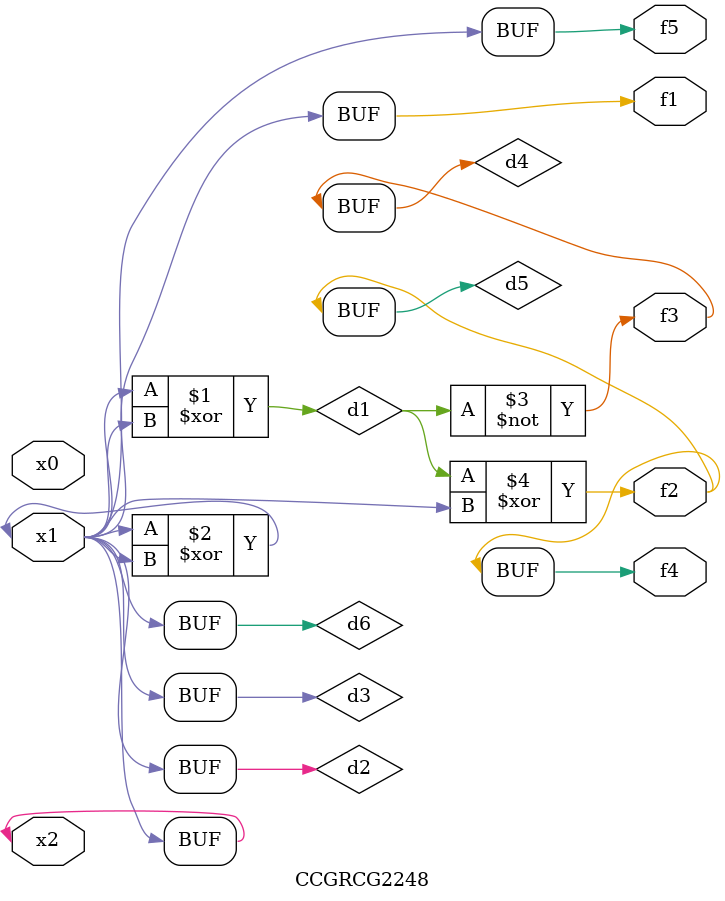
<source format=v>
module CCGRCG2248(
	input x0, x1, x2,
	output f1, f2, f3, f4, f5
);

	wire d1, d2, d3, d4, d5, d6;

	xor (d1, x1, x2);
	buf (d2, x1, x2);
	xor (d3, x1, x2);
	nor (d4, d1);
	xor (d5, d1, d2);
	buf (d6, d2, d3);
	assign f1 = d6;
	assign f2 = d5;
	assign f3 = d4;
	assign f4 = d5;
	assign f5 = d6;
endmodule

</source>
